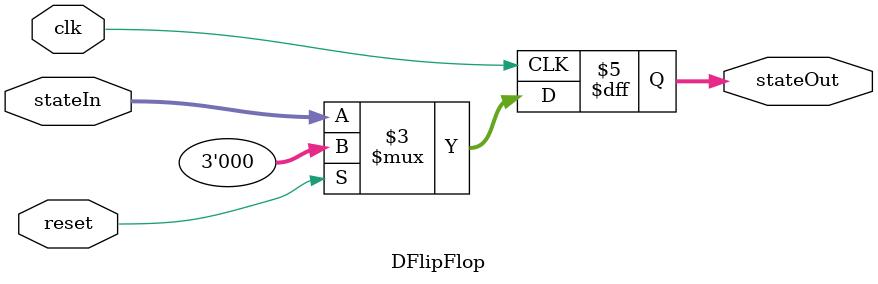
<source format=v>
`timescale 1ns / 1ps


module DFlipFlop(stateIn, reset, clk, stateOut);
    input reset, clk;
    input [2:0] stateIn;
    output reg [2:0] stateOut;

    always @(posedge clk) begin
      if (reset)    stateOut = 3'b000;
      else  stateOut = stateIn;
    end
endmodule

</source>
